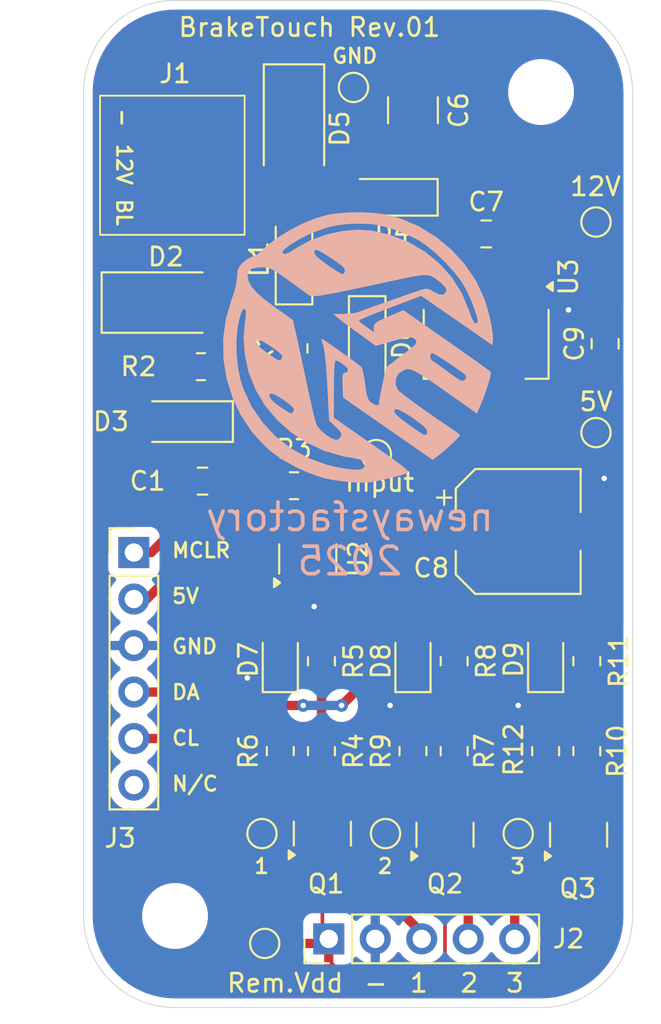
<source format=kicad_pcb>
(kicad_pcb (version 20240108) (generator "pcbnew") (generator_version "8.0")
  (title_block (title "Brake light gate opener") (rev "01") (company "Adriano Arcadipane"))
  (layers (0 "F.Cu" signal) (31 "B.Cu" signal) (34 "B.Paste" user) (35 "F.Paste" user) (36 "B.SilkS" user "B.Silkscreen") (37 "F.SilkS" user "F.Silkscreen") (38 "B.Mask" user) (39 "F.Mask" user) (44 "Edge.Cuts" user))
  (net 0 "")
  (net 1 "GND")
  (net 2 "+12V")
  (net 3 "+5V")
  (net 4 "Net-(D1-K)")
  (net 5 "/brake light_input")
  (net 6 "Net-(D7-A)")
  (net 7 "Net-(D8-A)")
  (net 8 "Net-(D9-A)")
  (net 9 "/RemoteCh3")
  (net 10 "/RemoteVdd")
  (net 11 "/RemoteCh2")
  (net 12 "/RemoteCh1")
  (net 13 "MCLR")
  (net 14 "/GP1")
  (net 16 "/GP0")
  (net 17 "Net-(Q1-B)")
  (net 18 "Net-(Q2-B)")
  (net 19 "Net-(Q3-B)")
  (net 20 "/GP2")
  (net 21 "/Power In")
  (net 22 "/signal_clean")
  (footprint "Resistor_SMD:R_0805_2012Metric" (layer "F.Cu") (at 108.5 85 180)
    (property "Reference" "R3" (at 0 2 0) (layer "F.SilkS"))
    (property "Value" "10k")
    (pad "1" smd roundrect (at -0.9125 0 180) (size 1.025 1.4) (layers "F.Cu" "F.Paste" "F.Mask") (roundrect_rratio 0.243902) (net 13 "MCLR"))
    (pad "2" smd roundrect (at 0.9125 0 180) (size 1.025 1.4) (layers "F.Cu" "F.Paste" "F.Mask") (roundrect_rratio 0.243902) (net 22 "/signal_clean"))
  )
  (footprint "AA_MyLibrary:My-TestPoint_Pad_D1.0mm" (layer "F.Cu") (at 113.5 104)
    (property "Reference" "TP7" (hide yes))
    (property "Value" "TestPoint")
    (pad "1" smd circle (at 0 0) (size 1 1) (layers "F.Cu" "F.Mask") (net 18 "Net-(Q2-B)"))
  )
  (footprint "Connector_PinHeader_2.54mm:PinHeader_1x05_P2.54mm_Vertical" (layer "F.Cu") (at 110.4 109.75 90)
    (property "Reference" "J2" (at 0 13.1 180) (layer "F.SilkS"))
    (property "Value" "Conn_01x05")
    (pad "1" thru_hole rect (at 0 0 90) (size 1.7 1.7) (drill 1) (layers "*.Cu" "*.Mask") (net 10 "/RemoteVdd"))
    (pad "2" thru_hole oval (at 0 2.54 90) (size 1.7 1.7) (drill 1) (layers "*.Cu" "*.Mask") (net 1 "GND"))
    (pad "3" thru_hole oval (at 0 5.08 90) (size 1.7 1.7) (drill 1) (layers "*.Cu" "*.Mask") (net 12 "/RemoteCh1"))
    (pad "4" thru_hole oval (at 0 7.62 90) (size 1.7 1.7) (drill 1) (layers "*.Cu" "*.Mask") (net 11 "/RemoteCh2"))
    (pad "5" thru_hole oval (at 0 10.16 90) (size 1.7 1.7) (drill 1) (layers "*.Cu" "*.Mask") (net 9 "/RemoteCh3"))
  )
  (footprint "Resistor_SMD:R_0805_2012Metric" (layer "F.Cu") (at 115 99.5 -90)
    (property "Reference" "R9" (at 0 1.75 90) (layer "F.SilkS"))
    (property "Value" "100k")
    (pad "1" smd roundrect (at -0.9125 0 270) (size 1.025 1.4) (layers "F.Cu" "F.Paste" "F.Mask") (roundrect_rratio 0.243902) (net 1 "GND"))
    (pad "2" smd roundrect (at 0.9125 0 270) (size 1.025 1.4) (layers "F.Cu" "F.Paste" "F.Mask") (roundrect_rratio 0.243902) (net 18 "Net-(Q2-B)"))
  )
  (footprint "Capacitor_SMD:C_0805_2012Metric" (layer "F.Cu") (at 125.5 77.25 90)
    (property "Reference" "C9" (at 0 -1.68 90) (layer "F.SilkS"))
    (property "Value" "100nF100V")
    (pad "1" smd roundrect (at -0.95 0 90) (size 1 1.45) (layers "F.Cu" "F.Paste" "F.Mask") (net 3 "+5V"))
    (pad "2" smd roundrect (at 0.95 0 90) (size 1 1.45) (layers "F.Cu" "F.Paste" "F.Mask") (net 1 "GND"))
  )
  (footprint "Package_TO_SOT_SMD:SOT-223-3_TabPin2" (layer "F.Cu") (at 119 77.25 -90)
    (property "Reference" "U3" (at -3.65 -4.5 90) (layer "F.SilkS"))
    (property "Value" "TLV1117-50")
    (pad "1" smd roundrect (at -3.15 -2.3 270) (size 2 1.5) (layers "F.Cu" "F.Paste" "F.Mask") (net 1 "GND"))
    (pad "2" smd roundrect (at -3.15 0 270) (size 2 1.5) (layers "F.Cu" "F.Paste" "F.Mask") (net 3 "+5V"))
    (pad "2" smd roundrect (at 3.15 0 270) (size 2 3.8) (layers "F.Cu" "F.Paste" "F.Mask") (net 3 "+5V"))
    (pad "3" smd roundrect (at -3.15 2.3 270) (size 2 1.5) (layers "F.Cu" "F.Paste" "F.Mask") (net 2 "+12V"))
  )
  (footprint "Resistor_SMD:R_0805_2012Metric" (layer "F.Cu") (at 117.25 99.5 -90)
    (property "Reference" "R7" (at 0 -1.65 90) (layer "F.SilkS"))
    (property "Value" "10k")
    (pad "1" smd roundrect (at -0.9125 0 270) (size 1.025 1.4) (layers "F.Cu" "F.Paste" "F.Mask") (roundrect_rratio 0.243902) (net 14 "/GP1"))
    (pad "2" smd roundrect (at 0.9125 0 270) (size 1.025 1.4) (layers "F.Cu" "F.Paste" "F.Mask") (roundrect_rratio 0.243902) (net 18 "Net-(Q2-B)"))
  )
  (footprint "Capacitor_SMD:C_1210_3225Metric" (layer "F.Cu") (at 115 64.5 90)
    (property "Reference" "C6" (at 0 2.5 90) (layer "F.SilkS"))
    (property "Value" "10uF 100V")
    (pad "1" smd roundrect (at -1.475 0 90) (size 1.15 2.7) (layers "F.Cu" "F.Paste" "F.Mask") (roundrect_rratio 0.217391) (net 2 "+12V"))
    (pad "2" smd roundrect (at 1.475 0 90) (size 1.15 2.7) (layers "F.Cu" "F.Paste" "F.Mask") (roundrect_rratio 0.217391) (net 1 "GND"))
  )
  (footprint "AA_MyLibrary:My-TestPoint_Pad_D1.0mm" (layer "F.Cu") (at 125 82.1)
    (property "Reference" "TP4" (hide yes))
    (property "Value" "TestPoint")
    (pad "1" smd circle (at 0 0) (size 1 1) (layers "F.Cu" "F.Mask") (net 3 "+5V"))
  )
  (footprint "Resistor_SMD:R_0805_2012Metric" (layer "F.Cu") (at 108.5 77.5 90)
    (property "Reference" "R1" (at 0 -1.65 90) (layer "F.SilkS"))
    (property "Value" "1,5k")
    (pad "1" smd roundrect (at -0.9125 0 90) (size 1.025 1.4) (layers "F.Cu" "F.Paste" "F.Mask") (roundrect_rratio 0.243902) (net 22 "/signal_clean"))
    (pad "2" smd roundrect (at 0.9125 0 90) (size 1.025 1.4) (layers "F.Cu" "F.Paste" "F.Mask") (roundrect_rratio 0.243902) (net 4 "Net-(D1-K)"))
  )
  (footprint "Resistor_SMD:R_0805_2012Metric" (layer "F.Cu") (at 110 94.5875 90)
    (property "Reference" "R5" (at 0 1.75 90) (layer "F.SilkS"))
    (property "Value" "1,5k")
    (pad "1" smd roundrect (at -0.9125 0 90) (size 1.025 1.4) (layers "F.Cu" "F.Paste" "F.Mask") (roundrect_rratio 0.243902) (net 16 "/GP0"))
    (pad "2" smd roundrect (at 0.9125 0 90) (size 1.025 1.4) (layers "F.Cu" "F.Paste" "F.Mask") (roundrect_rratio 0.243902) (net 6 "Net-(D7-A)"))
  )
  (footprint "MountingHole:MountingHole_3.2mm_M3" (layer "F.Cu") (at 122 63.5)
    (property "Reference" "H1" (hide yes))
    (property "Value" "MountingHole")
    (pad "" np_thru_hole circle (at 0 0) (size 3.2 3.2) (drill 3.2) (layers "*.Cu" "*.Mask"))
  )
  (footprint "Resistor_SMD:R_0805_2012Metric" (layer "F.Cu") (at 117.25 94.5875 90)
    (property "Reference" "R8" (at 0 1.75 90) (layer "F.SilkS"))
    (property "Value" "1,5k")
    (pad "1" smd roundrect (at -0.9125 0 90) (size 1.025 1.4) (layers "F.Cu" "F.Paste" "F.Mask") (roundrect_rratio 0.243902) (net 14 "/GP1"))
    (pad "2" smd roundrect (at 0.9125 0 90) (size 1.025 1.4) (layers "F.Cu" "F.Paste" "F.Mask") (roundrect_rratio 0.243902) (net 7 "Net-(D8-A)"))
  )
  (footprint "Capacitor_SMD:CP_Elec_6.3x7.7" (layer "F.Cu") (at 120.75 87.5)
    (property "Reference" "C8" (at -4.75 2 0) (layer "F.SilkS"))
    (property "Value" "100uF")
    (pad "1" smd roundrect (at -2.7 0) (size 3.5 1.6) (layers "F.Cu" "F.Paste" "F.Mask") (roundrect_rratio 0.15625) (net 3 "+5V"))
    (pad "2" smd roundrect (at 2.7 0) (size 3.5 1.6) (layers "F.Cu" "F.Paste" "F.Mask") (roundrect_rratio 0.15625) (net 1 "GND"))
  )
  (footprint "Package_TO_SOT_SMD:SOT-23" (layer "F.Cu") (at 116.75 104.0625 90)
    (property "Reference" "Q2" (at -2.6875 0 180) (layer "F.SilkS"))
    (property "Value" "BC817")
    (pad "1" smd roundrect (at -0.9375 -0.95 90) (size 1.475 0.6) (layers "F.Cu" "F.Paste" "F.Mask") (net 18 "Net-(Q2-B)"))
    (pad "2" smd roundrect (at -0.9375 0.95 90) (size 1.475 0.6) (layers "F.Cu" "F.Paste" "F.Mask") (net 11 "/RemoteCh2"))
    (pad "3" smd roundrect (at 0.9375 0 90) (size 1.475 0.6) (layers "F.Cu" "F.Paste" "F.Mask") (net 10 "/RemoteVdd"))
  )
  (footprint "Resistor_SMD:R_0805_2012Metric" (layer "F.Cu") (at 110 99.5 -90)
    (property "Reference" "R4" (at 0 -1.75 90) (layer "F.SilkS"))
    (property "Value" "10k")
    (pad "1" smd roundrect (at -0.9125 0 270) (size 1.025 1.4) (layers "F.Cu" "F.Paste" "F.Mask") (roundrect_rratio 0.243902) (net 16 "/GP0"))
    (pad "2" smd roundrect (at 0.9125 0 270) (size 1.025 1.4) (layers "F.Cu" "F.Paste" "F.Mask") (roundrect_rratio 0.243902) (net 17 "Net-(Q1-B)"))
  )
  (footprint "Resistor_SMD:R_0805_2012Metric" (layer "F.Cu") (at 122.25 99.5 -90)
    (property "Reference" "R12" (at -0.0875 1.75 90) (layer "F.SilkS"))
    (property "Value" "100k")
    (pad "1" smd roundrect (at -0.9125 0 270) (size 1.025 1.4) (layers "F.Cu" "F.Paste" "F.Mask") (roundrect_rratio 0.243902) (net 1 "GND"))
    (pad "2" smd roundrect (at 0.9125 0 270) (size 1.025 1.4) (layers "F.Cu" "F.Paste" "F.Mask") (roundrect_rratio 0.243902) (net 19 "Net-(Q3-B)"))
  )
  (footprint "AA_MyLibrary:My-TestPoint_Pad_D1.0mm" (layer "F.Cu") (at 111.75 63.25)
    (property "Reference" "TP9" (hide yes))
    (property "Value" "TestPoint")
    (pad "1" smd circle (at 0 0) (size 1 1) (layers "F.Cu" "F.Mask") (net 1 "GND"))
  )
  (footprint "LED_SMD:LED_0805_2012Metric" (layer "F.Cu") (at 107.75 94.5875 90)
    (property "Reference" "D7" (at 0.0875 -1.75 90) (layer "F.SilkS"))
    (property "Value" "LED red")
    (pad "1" smd roundrect (at -0.9375 0 90) (size 0.975 1.4) (layers "F.Cu" "F.Paste" "F.Mask") (net 1 "GND"))
    (pad "2" smd roundrect (at 0.9375 0 90) (size 0.975 1.4) (layers "F.Cu" "F.Paste" "F.Mask") (net 6 "Net-(D7-A)"))
  )
  (footprint "LED_SMD:LED_0805_2012Metric" (layer "F.Cu") (at 122.25 94.5875 90)
    (property "Reference" "D9" (at 0.0875 -1.75 90) (layer "F.SilkS"))
    (property "Value" "LED red")
    (pad "1" smd roundrect (at -0.9375 0 90) (size 0.975 1.4) (layers "F.Cu" "F.Paste" "F.Mask") (net 1 "GND"))
    (pad "2" smd roundrect (at 0.9375 0 90) (size 0.975 1.4) (layers "F.Cu" "F.Paste" "F.Mask") (net 8 "Net-(D9-A)"))
  )
  (footprint "AA_MyLibrary:SolderWirePad_1x03_SMD_5x2mm" (layer "F.Cu") (at 103 67.5 90)
    (property "Reference" "J1" (at 5 -1 180) (layer "F.SilkS"))
    (property "Value" "Inputs")
    (pad "1" smd roundrect (at -2.54 0 90) (size 1.75 5) (layers "F.Cu" "F.Paste" "F.Mask") (roundrect_rratio 0.1640419948) (net 5 "/brake light_input"))
    (pad "2" smd roundrect (at 0 0 90) (size 1.75 5) (layers "F.Cu" "F.Paste" "F.Mask") (roundrect_rratio 0.1640419948) (net 21 "/Power In"))
    (pad "3" smd roundrect (at 2.54 0 90) (size 1.75 5) (layers "F.Cu" "F.Paste" "F.Mask") (roundrect_rratio 0.1640419948) (net 1 "GND"))
  )
  (footprint "AA_MyLibrary:My-TestPoint_Pad_D1.0mm" (layer "F.Cu") (at 120.75 104)
    (property "Reference" "TP8" (hide yes))
    (property "Value" "TestPoint")
    (pad "1" smd circle (at 0 0) (size 1 1) (layers "F.Cu" "F.Mask") (net 19 "Net-(Q3-B)"))
  )
  (footprint "AA_MyLibrary:My-TestPoint_Pad_D1.0mm" (layer "F.Cu") (at 125 70.6)
    (property "Reference" "TP1" (hide yes))
    (property "Value" "TestPoint")
    (pad "1" smd circle (at 0 0) (size 1 1) (layers "F.Cu" "F.Mask") (net 2 "+12V"))
  )
  (footprint "Diode_SMD:D_SMA" (layer "F.Cu") (at 101.5 75)
    (property "Reference" "D2" (at 0 -2.5 0) (layer "F.SilkS"))
    (property "Value" "SMAJ30CA")
    (pad "1" smd roundrect (at -2 0) (size 2.5 1.8) (layers "F.Cu" "F.Paste" "F.Mask") (roundrect_rratio 0.1388888889) (net 1 "GND"))
    (pad "2" smd roundrect (at 2 0) (size 2.5 1.8) (layers "F.Cu" "F.Paste" "F.Mask") (roundrect_rratio 0.1388888889) (net 5 "/brake light_input"))
  )
  (footprint "Resistor_SMD:R_0805_2012Metric" (layer "F.Cu") (at 124.5 94.5875 90)
    (property "Reference" "R11" (at 0 1.75 90) (layer "F.SilkS"))
    (property "Value" "1,5k")
    (pad "1" smd roundrect (at -0.9125 0 90) (size 1.025 1.4) (layers "F.Cu" "F.Paste" "F.Mask") (roundrect_rratio 0.243902) (net 20 "/GP2"))
    (pad "2" smd roundrect (at 0.9125 0 90) (size 1.025 1.4) (layers "F.Cu" "F.Paste" "F.Mask") (roundrect_rratio 0.243902) (net 8 "Net-(D9-A)"))
  )
  (footprint "AA_MyLibrary:D_SOD-123FL" (layer "F.Cu") (at 108.5 72.5 90)
    (property "Reference" "D1" (at -0.127 -1.905 90) (layer "F.SilkS"))
    (property "Value" "1n4007")
    (pad "1" smd roundrect (at -1.6 0 90) (size 1.2 1.2) (layers "F.Cu" "F.Paste" "F.Mask") (roundrect_rratio 0.2272727273) (net 4 "Net-(D1-K)"))
    (pad "2" smd roundrect (at 1.6 0 90) (size 1.2 1.2) (layers "F.Cu" "F.Paste" "F.Mask") (roundrect_rratio 0.2272727273) (net 5 "/brake light_input"))
  )
  (footprint "Connector_PinHeader_2.54mm:PinHeader_1x06_P2.54mm_Vertical" (layer "F.Cu") (at 99.75 88.65)
    (property "Reference" "J3" (at -0.75 15.6 0) (layer "F.SilkS"))
    (property "Value" "Conn_PIC_ICSP_ICD")
    (pad "1" thru_hole rect (at 0 0) (size 1.7 1.7) (drill 1) (layers "*.Cu" "*.Mask") (net 13 "MCLR"))
    (pad "2" thru_hole oval (at 0 2.54) (size 1.7 1.7) (drill 1) (layers "*.Cu" "*.Mask") (net 3 "+5V"))
    (pad "3" thru_hole oval (at 0 5.08) (size 1.7 1.7) (drill 1) (layers "*.Cu" "*.Mask") (net 1 "GND"))
    (pad "4" thru_hole oval (at 0 7.62) (size 1.7 1.7) (drill 1) (layers "*.Cu" "*.Mask") (net 16 "/GP0"))
    (pad "5" thru_hole oval (at 0 10.16) (size 1.7 1.7) (drill 1) (layers "*.Cu" "*.Mask") (net 14 "/GP1"))
    (pad "6" thru_hole oval (at 0 12.7) (size 1.7 1.7) (drill 1) (layers "*.Cu" "*.Mask"))
  )
  (footprint "Capacitor_SMD:C_0805_2012Metric" (layer "F.Cu") (at 103.5 84.75 180)
    (property "Reference" "C1" (at 3 0 0) (layer "F.SilkS"))
    (property "Value" "330nF")
    (pad "1" smd roundrect (at -0.95 0 180) (size 1 1.45) (layers "F.Cu" "F.Paste" "F.Mask") (net 22 "/signal_clean"))
    (pad "2" smd roundrect (at 0.95 0 180) (size 1 1.45) (layers "F.Cu" "F.Paste" "F.Mask") (net 1 "GND"))
  )
  (footprint "Package_TO_SOT_SMD:SOT-23" (layer "F.Cu") (at 110.05 104 90)
    (property "Reference" "Q1" (at -2.75 0.2 180) (layer "F.SilkS"))
    (property "Value" "BC817")
    (pad "1" smd roundrect (at -0.9375 -0.95 90) (size 1.475 0.6) (layers "F.Cu" "F.Paste" "F.Mask") (net 17 "Net-(Q1-B)"))
    (pad "2" smd roundrect (at -0.9375 0.95 90) (size 1.475 0.6) (layers "F.Cu" "F.Paste" "F.Mask") (net 12 "/RemoteCh1"))
    (pad "3" smd roundrect (at 0.9375 0 90) (size 1.475 0.6) (layers "F.Cu" "F.Paste" "F.Mask") (net 10 "/RemoteVdd"))
  )
  (footprint "AA_MyLibrary:D_SOD-123FL" (layer "F.Cu") (at 112.5 77.25 -90)
    (property "Reference" "D6" (at -0.127 -1.905 90) (layer "F.SilkS"))
    (property "Value" "1n4007")
    (pad "1" smd roundrect (at -1.6 0 270) (size 1.2 1.2) (layers "F.Cu" "F.Paste" "F.Mask") (roundrect_rratio 0.2272727273) (net 2 "+12V"))
    (pad "2" smd roundrect (at 1.6 0 270) (size 1.2 1.2) (layers "F.Cu" "F.Paste" "F.Mask") (roundrect_rratio 0.2272727273) (net 3 "+5V"))
  )
  (footprint "Package_TO_SOT_SMD:SOT-23" (layer "F.Cu") (at 124.05 104.0625 90)
    (property "Reference" "Q3" (at -2.9375 -0.05 180) (layer "F.SilkS"))
    (property "Value" "BC817")
    (pad "1" smd roundrect (at -0.9375 -0.95 90) (size 1.475 0.6) (layers "F.Cu" "F.Paste" "F.Mask") (net 19 "Net-(Q3-B)"))
    (pad "2" smd roundrect (at -0.9375 0.95 90) (size 1.475 0.6) (layers "F.Cu" "F.Paste" "F.Mask") (net 9 "/RemoteCh3"))
    (pad "3" smd roundrect (at 0.9375 0 90) (size 1.475 0.6) (layers "F.Cu" "F.Paste" "F.Mask") (net 10 "/RemoteVdd"))
  )
  (footprint "Resistor_SMD:R_0805_2012Metric" (layer "F.Cu") (at 124.5 99.5 -90)
    (property "Reference" "R10" (at 0 -1.65 90) (layer "F.SilkS"))
    (property "Value" "10k")
    (pad "1" smd roundrect (at -0.9125 0 270) (size 1.025 1.4) (layers "F.Cu" "F.Paste" "F.Mask") (roundrect_rratio 0.243902) (net 20 "/GP2"))
    (pad "2" smd roundrect (at 0.9125 0 270) (size 1.025 1.4) (layers "F.Cu" "F.Paste" "F.Mask") (roundrect_rratio 0.243902) (net 19 "Net-(Q3-B)"))
  )
  (footprint "Diode_SMD:D_SMA" (layer "F.Cu") (at 108.5 65.5 -90)
    (property "Reference" "D5" (at 0 -2.5 90) (layer "F.SilkS"))
    (property "Value" "SMAJ30CA")
    (pad "1" smd roundrect (at -2 0 270) (size 2.5 1.8) (layers "F.Cu" "F.Paste" "F.Mask") (roundrect_rratio 0.1388888889) (net 1 "GND"))
    (pad "2" smd roundrect (at 2 0 270) (size 2.5 1.8) (layers "F.Cu" "F.Paste" "F.Mask") (roundrect_rratio 0.1388888889) (net 21 "/Power In"))
  )
  (footprint "AA_MyLibrary:My-TestPoint_Pad_D1.0mm" (layer "F.Cu") (at 113 83.3)
    (property "Reference" "TP3" (hide yes))
    (property "Value" "TestPoint")
    (pad "1" smd circle (at 0 0) (size 1 1) (layers "F.Cu" "F.Mask") (net 13 "MCLR"))
  )
  (footprint "AA_MyLibrary:D_SOD-123FL" (layer "F.Cu") (at 113.75 69.25 180)
    (property "Reference" "D4" (at -0.127 -1.905 0) (layer "F.SilkS"))
    (property "Value" "1n4007")
    (pad "1" smd roundrect (at -1.6 0 180) (size 1.2 1.2) (layers "F.Cu" "F.Paste" "F.Mask") (roundrect_rratio 0.2272727273) (net 2 "+12V"))
    (pad "2" smd roundrect (at 1.6 0 180) (size 1.2 1.2) (layers "F.Cu" "F.Paste" "F.Mask") (roundrect_rratio 0.2272727273) (net 21 "/Power In"))
  )
  (footprint "Capacitor_SMD:C_0805_2012Metric" (layer "F.Cu") (at 119 71.25)
    (property "Reference" "C7" (at 0 -1.75 0) (layer "F.SilkS"))
    (property "Value" "100nF100V")
    (pad "1" smd roundrect (at -0.95 0) (size 1 1.45) (layers "F.Cu" "F.Paste" "F.Mask") (net 2 "+12V"))
    (pad "2" smd roundrect (at 0.95 0) (size 1 1.45) (layers "F.Cu" "F.Paste" "F.Mask") (net 1 "GND"))
  )
  (footprint "LED_SMD:LED_0805_2012Metric" (layer "F.Cu") (at 115 94.5875 90)
    (property "Reference" "D8" (at 0 -1.75 90) (layer "F.SilkS"))
    (property "Value" "LED red")
    (pad "1" smd roundrect (at -0.9375 0 90) (size 0.975 1.4) (layers "F.Cu" "F.Paste" "F.Mask") (net 1 "GND"))
    (pad "2" smd roundrect (at 0.9375 0 90) (size 0.975 1.4) (layers "F.Cu" "F.Paste" "F.Mask") (net 7 "Net-(D8-A)"))
  )
  (footprint "Resistor_SMD:R_0805_2012Metric" (layer "F.Cu") (at 103.4125 78.5 180)
    (property "Reference" "R2" (at 3.4125 0 0) (layer "F.SilkS"))
    (property "Value" "47k")
    (pad "1" smd roundrect (at -0.9125 0 180) (size 1.025 1.4) (layers "F.Cu" "F.Paste" "F.Mask") (roundrect_rratio 0.243902) (net 22 "/signal_clean"))
    (pad "2" smd roundrect (at 0.9125 0 180) (size 1.025 1.4) (layers "F.Cu" "F.Paste" "F.Mask") (roundrect_rratio 0.243902) (net 1 "GND"))
  )
  (footprint "Diode_SMD:D_MiniMELF" (layer "F.Cu") (at 102.5 81.5 180)
    (property "Reference" "D3" (at 4 0 0) (layer "F.SilkS"))
    (property "Value" "4.7V")
    (pad "1" smd roundrect (at -1.75 0 180) (size 1.3 1.7) (layers "F.Cu" "F.Paste" "F.Mask") (roundrect_rratio 0.1923076923) (net 22 "/signal_clean"))
    (pad "2" smd roundrect (at 1.75 0 180) (size 1.3 1.7) (layers "F.Cu" "F.Paste" "F.Mask") (roundrect_rratio 0.1923076923) (net 1 "GND"))
  )
  (footprint "Package_TO_SOT_SMD:SOT-23-6" (layer "F.Cu") (at 109.25 89 90)
    (property "Reference" "U2" (at 0 2.75 90) (layer "F.SilkS"))
    (property "Value" "PIC10F222")
    (pad "1" smd roundrect (at -1.1375 -0.95 90) (size 1.325 0.6) (layers "F.Cu" "F.Paste" "F.Mask") (net 16 "/GP0"))
    (pad "2" smd roundrect (at -1.1375 0 90) (size 1.325 0.6) (layers "F.Cu" "F.Paste" "F.Mask") (net 1 "GND"))
    (pad "3" smd roundrect (at -1.1375 0.95 90) (size 1.325 0.6) (layers "F.Cu" "F.Paste" "F.Mask") (net 14 "/GP1"))
    (pad "4" smd roundrect (at 1.1375 0.95 90) (size 1.325 0.6) (layers "F.Cu" "F.Paste" "F.Mask") (net 20 "/GP2"))
    (pad "5" smd roundrect (at 1.1375 0 90) (size 1.325 0.6) (layers "F.Cu" "F.Paste" "F.Mask") (net 3 "+5V"))
    (pad "6" smd roundrect (at 1.1375 -0.95 90) (size 1.325 0.6) (layers "F.Cu" "F.Paste" "F.Mask") (net 13 "MCLR"))
  )
  (footprint "AA_MyLibrary:My-TestPoint_Pad_D1.0mm" (layer "F.Cu") (at 106.9 110)
    (property "Reference" "TP5" (hide yes))
    (property "Value" "TestPoint")
    (pad "1" smd circle (at 0 0) (size 1 1) (layers "F.Cu" "F.Mask") (net 10 "/RemoteVdd"))
  )
  (footprint "MountingHole:MountingHole_3.2mm_M3" (layer "F.Cu") (at 102 108.5)
    (property "Reference" "H2" (hide yes))
    (property "Value" "MountingHole")
    (pad "" np_thru_hole circle (at 0 0) (size 3.2 3.2) (drill 3.2) (layers "*.Cu" "*.Mask"))
  )
  (footprint "AA_MyLibrary:My-TestPoint_Pad_D1.0mm" (layer "F.Cu") (at 106.75 104)
    (property "Reference" "TP6" (hide yes))
    (property "Value" "TestPoint")
    (pad "1" smd circle (at 0 0) (size 1 1) (layers "F.Cu" "F.Mask") (net 17 "Net-(Q1-B)"))
  )
  (footprint "Resistor_SMD:R_0805_2012Metric" (layer "F.Cu") (at 107.75 99.5 -90)
    (property "Reference" "R6" (at 0 1.75 90) (layer "F.SilkS"))
    (property "Value" "100k")
    (pad "1" smd roundrect (at -0.9125 0 270) (size 1.025 1.4) (layers "F.Cu" "F.Paste" "F.Mask") (roundrect_rratio 0.243902) (net 1 "GND"))
    (pad "2" smd roundrect (at 0.9125 0 270) (size 1.025 1.4) (layers "F.Cu" "F.Paste" "F.Mask") (roundrect_rratio 0.243902) (net 17 "Net-(Q1-B)"))
  )
  (footprint "LOGO" (layer "B.Cu") (at 112.404564 77.248567 180)
    (property "Reference" "G***" (hide yes))
    (property "Value" "LOGO" (hide yes))
  )
  (gr_arc (start 122 58.5) (mid 125.535534 59.964466) (end 127 63.5) (stroke (width 0.05)) (layer "Edge.Cuts"))
  (gr_arc (start 127 108.5) (mid 125.535534 112.035534) (end 122 113.5) (stroke (width 0.05)) (layer "Edge.Cuts"))
  (gr_arc (start 102 113.5) (mid 98.464466 112.035534) (end 97 108.5) (stroke (width 0.05)) (layer "Edge.Cuts"))
  (gr_line (start 97 108.5) (end 97 63.5) (stroke (width 0.05)) (layer "Edge.Cuts"))
  (gr_line (start 122 113.5) (end 102 113.5) (stroke (width 0.05)) (layer "Edge.Cuts"))
  (gr_line (start 102 58.5) (end 122 58.5) (stroke (width 0.05)) (layer "Edge.Cuts"))
  (gr_arc (start 97 63.5) (mid 98.464466 59.964466) (end 102 58.5) (stroke (width 0.05)) (layer "Edge.Cuts"))
  (gr_line (start 127 63.5) (end 127 108.5) (stroke (width 0.05)) (layer "Edge.Cuts"))
  (gr_text "newaysfactory\n2025\n" (at 111.55 90 0) (layer "B.SilkS") (effects (font (size 1.5 1.5) (thickness 0.2)) (justify bottom mirror)))
  (gr_text "-" (at 112.25 112.75 0) (layer "F.SilkS") (effects (font (size 1 1)) (justify left bottom)))
  (gr_text "Rem.Vdd" (at 104.75 112.75 0) (layer "F.SilkS") (effects (font (size 1 1)) (justify left bottom)))
  (gr_text "5V\n" (at 101.75 91.5 0) (layer "F.SilkS") (effects (font (size 0.8 0.8)) (justify left bottom)))
  (gr_text "-" (at 99.5 65.5 90) (layer "F.SilkS") (effects (font (size 0.8 0.8)) (justify left bottom)))
  (gr_text "5V" (at 124 81 0) (layer "F.SilkS") (effects (font (size 1 1)) (justify left bottom)))
  (gr_text "12V" (at 123.5 69.25 0) (layer "F.SilkS") (effects (font (size 1 1)) (justify left bottom)))
  (gr_text "GND" (at 110.5 62 0) (layer "F.SilkS") (effects (font (size 0.8 0.8)) (justify left bottom)))
  (gr_text "BL" (at 98.75 69.25 270) (layer "F.SilkS") (effects (font (size 0.8 0.8)) (justify left bottom)))
  (gr_text "12V" (at 98.75 66.25 270) (layer "F.SilkS") (effects (font (size 0.8 0.8)) (justify left bottom)))
  (gr_text "DA" (at 101.75 96.75 0) (layer "F.SilkS") (effects (font (size 0.8 0.8)) (justify left bottom)))
  (gr_text "BrakeTouch Rev.${REVISION}" (at 102.1 60.55 0) (layer "F.SilkS") (effects (font (size 1 1)) (justify left bottom)))
  (gr_text "3" (at 120.25 106.25 0) (layer "F.SilkS") (effects (font (size 0.8 0.8)) (justify left bottom)))
  (gr_text "GND" (at 101.75 94.25 0) (layer "F.SilkS") (effects (font (size 0.8 0.8)) (justify left bottom)))
  (gr_text "1" (at 114.75 112.75 0) (layer "F.SilkS") (effects (font (size 1 1)) (justify left bottom)))
  (gr_text "N/C" (at 101.75 101.75 0) (layer "F.SilkS") (effects (font (size 0.8 0.8)) (justify left bottom)))
  (gr_text "3" (at 120 112.75 0) (layer "F.SilkS") (effects (font (size 1 1)) (justify left bottom)))
  (gr_text "2" (at 113 106.25 0) (layer "F.SilkS") (effects (font (size 0.8 0.8)) (justify left bottom)))
  (gr_text "MCLR" (at 101.75 89 0) (layer "F.SilkS") (effects (font (size 0.8 0.8)) (justify left bottom)))
  (gr_text "2" (at 117.5 112.75 0) (layer "F.SilkS") (effects (font (size 1 1)) (justify left bottom)))
  (gr_text "1" (at 106.25 106.25 0) (layer "F.SilkS") (effects (font (size 0.8 0.8)) (justify left bottom)))
  (gr_text "CL" (at 101.75 99.25 0) (layer "F.SilkS") (effects (font (size 0.8 0.8)) (justify left bottom)))
  (gr_text "input" (at 111.2 85.4 0) (layer "F.SilkS") (effects (font (size 1 1)) (justify left bottom)))
  (segment (start 109.25 91.250018) (end 109.599982 91.6) (width 0.2) (layer "F.Cu") (net 1))
  (segment (start 109.25 90.1375) (end 109.25 91.250018) (width 0.2) (layer "F.Cu") (net 1))
  (via (at 109.599982 91.6) (size 0.7) (drill 0.3) (layers "F.Cu" "B.Cu") (net 1))
  (via (at 105.95 95.5) (size 0.7) (drill 0.3) (layers "F.Cu" "B.Cu") (net 1))
  (via (at 120.75 97) (size 0.7) (drill 0.3) (layers "F.Cu" "B.Cu") (net 1))
  (via (at 123.5 75.4) (size 0.7) (drill 0.3) (layers "F.Cu" "B.Cu") (net 1))
  (via (at 113.75 97) (size 0.7) (drill 0.3) (layers "F.Cu" "B.Cu") (net 1))
  (via (at 125.45 84.6) (size 0.7) (drill 0.3) (layers "F.Cu" "B.Cu") (net 1))
  (segment (start 118.05 71.25) (end 116.75 72.55) (width 0.508) (layer "F.Cu") (net 2))
  (segment (start 116.75 72.55) (end 116.75 74.05) (width 0.508) (layer "F.Cu") (net 2))
  (segment (start 116.05 69.25) (end 118.05 71.25) (width 0.508) (layer "F.Cu") (net 2))
  (segment (start 118.7 69.3) (end 123.7 69.3) (width 0.508) (layer "F.Cu") (net 2))
  (segment (start 115.15 75.65) (end 116.7 74.1) (width 0.508) (layer "F.Cu") (net 2))
  (segment (start 118.05 71.25) (end 118.05 69.95) (width 0.508) (layer "F.Cu") (net 2))
  (segment (start 112.5 75.65) (end 115.15 75.65) (width 0.508) (layer "F.Cu") (net 2))
  (segment (start 115.35 66.325) (end 115 65.975) (width 0.2) (layer "F.Cu") (net 2))
  (segment (start 115.35 69.25) (end 116.05 69.25) (width 0.508) (layer "F.Cu") (net 2))
  (segment (start 118.05 69.95) (end 118.7 69.3) (width 0.508) (layer "F.Cu") (net 2))
  (segment (start 115.35 69.25) (end 115.35 66.325) (width 0.508) (layer "F.Cu") (net 2))
  (segment (start 123.7 69.3) (end 125 70.6) (width 0.508) (layer "F.Cu") (net 2))
  (segment (start 116.75 74.05) (end 116.75 73.5) (width 0.2) (layer "F.Cu") (net 2))
  (segment (start 109.25 86.95) (end 109.7 86.5) (width 0.381) (layer "F.Cu") (net 3))
  (segment (start 125 82.1) (end 125 79.25) (width 0.508) (layer "F.Cu") (net 3))
  (segment (start 112.5 78.85) (end 115.1 78.85) (width 0.508) (layer "F.Cu") (net 3))
  (segment (start 116.65 80.4) (end 119 80.4) (width 0.508) (layer "F.Cu") (net 3))
  (segment (start 109.25 87.8625) (end 109.25 88.65) (width 0.2) (layer "F.Cu") (net 3))
  (segment (start 119 80.4) (end 119 80.9) (width 0.2) (layer "F.Cu") (net 3))
  (segment (start 119 80.9) (end 118.05 81.85) (width 0.508) (layer "F.Cu") (net 3))
  (segment (start 109.7 86.5) (end 115.4 86.5) (width 0.381) (layer "F.Cu") (net 3))
  (segment (start 119.4 80.4) (end 121.1 82.1) (width 0.508) (layer "F.Cu") (net 3))
  (segment (start 119 80.4) (end 119.4 80.4) (width 0.2) (layer "F.Cu") (net 3))
  (segment (start 121.1 82.1) (end 125 82.1) (width 0.508) (layer "F.Cu") (net 3))
  (segment (start 115.1 78.85) (end 116.65 80.4) (width 0.508) (layer "F.Cu") (net 3))
  (segment (start 102.65 89) (end 100.46 91.19) (width 0.508) (layer "F.Cu") (net 3))
  (segment (start 125 79.25) (end 125.5 78.75) (width 0.508) (layer "F.Cu") (net 3))
  (segment (start 118.05 81.85) (end 118.05 87.5) (width 0.508) (layer "F.Cu") (net 3))
  (segment (start 117.75 87.2) (end 118.05 87.5) (width 0.2) (layer "F.Cu") (net 3))
  (segment (start 109.25 88.65) (end 108.9 89) (width 0.2) (layer "F.Cu") (net 3))
  (segment (start 109.25 87.8625) (end 109.25 86.95) (width 0.381) (layer "F.Cu") (net 3))
  (segment (start 125.5 78.75) (end 125.5 78.2) (width 0.508) (layer "F.Cu") (net 3))
  (segment (start 115.4 86.5) (end 116.1 87.2) (width 0.381) (layer "F.Cu") (net 3))
  (segment (start 100.46 91.19) (end 99.75 91.19) (width 0.508) (layer "F.Cu") (net 3))
  (segment (start 108.9 89) (end 107.05 89) (width 0.2) (layer "F.Cu") (net 3))
  (segment (start 107.05 89) (end 102.65 89) (width 0.508) (layer "F.Cu") (net 3))
  (segment (start 116.1 87.2) (end 117.75 87.2) (width 0.381) (layer "F.Cu") (net 3))
  (segment (start 108.5 74.1) (end 108.5 76.5875) (width 0.508) (layer "F.Cu") (net 4))
  (segment (start 103 70.04) (end 103.5 70.54) (width 0.508) (layer "F.Cu") (net 5))
  (segment (start 103 70.04) (end 107.64 70.04) (width 0.508) (layer "F.Cu") (net 5))
  (segment (start 107.64 70.04) (end 108.5 70.9) (width 0.508) (layer "F.Cu") (net 5))
  (segment (start 103.5 74.5) (end 103.5 75) (width 0.2) (layer "F.Cu") (net 5))
  (segment (start 103.5 70.54) (end 103.5 75) (width 1.016) (layer "F.Cu") (net 5))
  (segment (start 107.75 93.65) (end 109.975 93.65) (width 0.508) (layer "F.Cu") (net 6))
  (segment (start 109.975 93.65) (end 110 93.675) (width 0.2) (layer "F.Cu") (net 6))
  (segment (start 115 93.65) (end 117.225 93.65) (width 0.508) (layer "F.Cu") (net 7))
  (segment (start 117.225 93.65) (end 117.25 93.675) (width 0.2) (layer "F.Cu") (net 7))
  (segment (start 122.25 93.65) (end 124.475 93.65) (width 0.508) (layer "F.Cu") (net 8))
  (segment (start 124.475 93.65) (end 124.5 93.675) (width 0.2) (layer "F.Cu") (net 8))
  (segment (start 120.56 108.19) (end 120.56 109.75) (width 0.508) (layer "F.Cu") (net 9))
  (segment (start 122 106.75) (end 120.56 108.19) (width 0.508) (layer "F.Cu") (net 9))
  (segment (start 125 105) (end 125 106) (width 0.508) (layer "F.Cu") (net 9))
  (segment (start 125 106) (end 124.25 106.75) (width 0.508) (layer "F.Cu") (net 9))
  (segment (start 124.25 106.75) (end 122 106.75) (width 0.508) (layer "F.Cu") (net 9))
  (segment (start 116.45 112) (end 116.35 112) (width 0.2) (layer "F.Cu") (net 10))
  (segment (start 111.25 112) (end 110.4 111.15) (width 0.508) (layer "F.Cu") (net 10))
  (segment (start 110.05 103.0625) (end 110.05 109.4) (width 0.2) (layer "F.Cu") (net 10))
  (segment (start 110.15 110) (end 110.4 109.75) (width 0.2) (layer "F.Cu") (net 10))
  (segment (start 116.35 112) (end 111.25 112) (width 0.508) (layer "F.Cu") (net 10))
  (segment (start 126.2 104.075) (end 126.2 108.1) (width 0.508) (layer "F.Cu") (net 10))
  (segment (start 110.4 111.15) (end 110.4 109.75) (width 0.508) (layer "F.Cu") (net 10))
  (segment (start 116.75 103.125) (end 116.75 111.6) (width 0.2) (layer "F.Cu") (net 10))
  (segment (start 126.2 108.1) (end 122.3 112) (width 0.508) (layer "F.Cu") (net 10))
  (segment (start 116.35 112) (end 117.05 112) (width 0.508) (layer "F.Cu") (net 10))
  (segment (start 125.25 103.125) (end 126.2 104.075) (width 0.508) (layer "F.Cu") (net 10))
  (segment (start 116.75 111.7) (end 117.05 112) (width 0.2) (layer "F.Cu") (net 10))
  (segment (start 122.3 112) (end 117.05 112) (width 0.508) (layer "F.Cu") (net 10))
  (segment (start 116.75 111.6) (end 116.75 111.7) (width 0.2) (layer "F.Cu") (net 10))
  (segment (start 106.9 110) (end 110.15 110) (width 0.508) (layer "F.Cu") (net 10))
  (segment (start 116.75 111.7) (end 116.45 112) (width 0.2) (layer "F.Cu") (net 10))
  (segment (start 110.05 109.4) (end 110.4 109.75) (width 0.2) (layer "F.Cu") (net 10))
  (segment (start 124.05 103.125) (end 125.25 103.125) (width 0.508) (layer "F.Cu") (net 10))
  (segment (start 118 107) (end 118.02 107.02) (width 0.2) (layer "F.Cu") (net 11))
  (segment (start 117.7 106.2) (end 118 106.5) (width 0.508) (layer "F.Cu") (net 11))
  (segment (start 118 106.5) (end 118 107) (width 0.508) (layer "F.Cu") (net 11))
  (segment (start 117.7 105) (end 117.7 106.2) (width 0.508) (layer "F.Cu") (net 11))
  (segment (start 118.02 107.02) (end 118.02 109.75) (width 0.508) (layer "F.Cu") (net 11))
  (segment (start 115.48 109.4175) (end 115.48 109.75) (width 0.2) (layer "F.Cu") (net 12))
  (segment (start 111 104.9375) (end 115.48 109.4175) (width 0.508) (layer "F.Cu") (net 12))
  (segment (start 101.4875 87.8625) (end 101.5 87.8625) (width 0.2) (layer "F.Cu") (net 13))
  (segment (start 108.3 87.8625) (end 101.5 87.8625) (width 0.508) (layer "F.Cu") (net 13))
  (segment (start 113 83.5) (end 113 83.3) (width 0.2) (layer "F.Cu") (net 13))
  (segment (start 111.5 85) (end 113 83.5) (width 0.508) (layer "F.Cu") (net 13))
  (segment (start 108.3 87.8625) (end 108.3 86.7) (width 0.381) (layer "F.Cu") (net 13))
  (segment (start 100.7 88.65) (end 101.4875 87.8625) (width 0.508) (layer "F.Cu") (net 13))
  (segment (start 109.4125 85) (end 111.5 85) (width 0.508) (layer "F.Cu") (net 13))
  (segment (start 99.75 88.65) (end 100.7 88.65) (width 0.508) (layer "F.Cu") (net 13))
  (segment (start 109.4125 85.5875) (end 109.4125 85) (width 0.2) (layer "F.Cu") (net 13))
  (segment (start 108.3 86.7) (end 109.4125 85.5875) (width 0.381) (layer "F.Cu") (net 13))
  (segment (start 110.2 90.1375) (end 111.3125 91.25) (width 0.508) (layer "F.Cu") (net 14))
  (segment (start 112.9 95.2) (end 111.1 97) (width 0.508) (layer "F.Cu") (net 14))
  (segment (start 117.25 95.5) (end 117.25 98.5875) (width 0.508) (layer "F.Cu") (net 14))
  (segment (start 119 93) (end 119 94.75) (width 0.508) (layer "F.Cu") (net 14))
  (segment (start 101.09 98.81) (end 99.75 98.81) (width 0.508) (layer "F.Cu") (net 14))
  (segment (start 112.9 91.25) (end 117.25 91.25) (width 0.508) (layer "F.Cu") (net 14))
  (segment (start 119 94.75) (end 118.25 95.5) (width 0.508) (layer "F.Cu") (net 14))
  (segment (start 112.9 91.25) (end 112.9 95.2) (width 0.508) (layer "F.Cu") (net 14))
  (segment (start 117.25 91.25) (end 119 93) (width 0.508) (layer "F.Cu") (net 14))
  (segment (start 118.25 95.5) (end 117.25 95.5) (width 0.508) (layer "F.Cu") (net 14))
  (segment (start 102.899998 97.000002) (end 101.09 98.81) (width 0.508) (layer "F.Cu") (net 14))
  (segment (start 108.999998 97.000002) (end 102.899998 97.000002) (width 0.508) (layer "F.Cu") (net 14))
  (segment (start 111.3125 91.25) (end 112.9 91.25) (width 0.508) (layer "F.Cu") (net 14))
  (via (at 108.999998 97.000002) (size 0.7) (drill 0.3) (layers "F.Cu" "B.Cu") (net 14))
  (via (at 111.1 97) (size 0.7) (drill 0.3) (layers "F.Cu" "B.Cu") (net 14))
  (segment (start 108.999998 97.000002) (end 109 97) (width 0.2) (layer "B.Cu") (net 14))
  (segment (start 109 97) (end 111.1 97) (width 0.508) (layer "B.Cu") (net 14))
  (segment (start 110 95.4) (end 110 98.4875) (width 0.508) (layer "F.Cu") (net 16))
  (segment (start 99.75 96.27) (end 101.33 96.27) (width 0.508) (layer "F.Cu") (net 16))
  (segment (start 103.6 91.5) (end 108.25 91.5) (width 0.508) (layer "F.Cu") (net 16))
  (segment (start 102.6 92.5) (end 103.6 91.5) (width 0.508) (layer "F.Cu") (net 16))
  (segment (start 102.6 95) (end 102.6 92.5) (width 0.508) (layer "F.Cu") (net 16))
  (segment (start 110 95.5) (end 111.5 94) (width 0.254) (layer "F.Cu") (net 16))
  (segment (start 108.3 92) (end 108.3 91.55) (width 0.254) (layer "F.Cu") (net 16))
  (segment (start 111.5 93) (end 111 92.5) (width 0.254) (layer "F.Cu") (net 16))
  (segment (start 108.3 90.1375) (end 108.3 91.55) (width 0.508) (layer "F.Cu") (net 16))
  (segment (start 101.33 96.27) (end 102.6 95) (width 0.508) (layer "F.Cu") (net 16))
  (segment (start 111 92.5) (end 108.8 92.5) (width 0.254) (layer "F.Cu") (net 16))
  (segment (start 111.5 94) (end 111.5 93) (width 0.254) (layer "F.Cu") (net 16))
  (segment (start 108.25 91.5) (end 108.3 91.55) (width 0.2) (layer "F.Cu") (net 16))
  (segment (start 108.8 92.5) (end 108.3 92) (width 0.254) (layer "F.Cu") (net 16))
  (segment (start 108.4125 104.25) (end 109.1 104.9375) (width 0.508) (layer "F.Cu") (net 17))
  (segment (start 107.5 104) (end 107.75 103.75) (width 0.508) (layer "F.Cu") (net 17))
  (segment (start 106.75 104) (end 106.75 104.25) (width 0.2) (layer "F.Cu") (net 17))
  (segment (start 107.75 100.4125) (end 110 100.4125) (width 0.508) (layer "F.Cu") (net 17))
  (segment (start 108 104.25) (end 108.4125 104.25) (width 0.508) (layer "F.Cu") (net 17))
  (segment (start 107.75 104) (end 108 104.25) (width 0.508) (layer "F.Cu") (net 17))
  (segment (start 107.75 100.4125) (end 107.75 104) (width 0.508) (layer "F.Cu") (net 17))
  (segment (start 106.75 104) (end 107.5 104) (width 0.508) (layer "F.Cu") (net 17))
  (segment (start 115 104) (end 115 104.2) (width 0.508) (layer "F.Cu") (net 18))
  (segment (start 115 104.2) (end 115.8 105) (width 0.508) (layer "F.Cu") (net 18))
  (segment (start 115 100.4125) (end 117.25 100.4125) (width 0.508) (layer "F.Cu") (net 18))
  (segment (start 115 100.4125) (end 115 104) (width 0.508) (layer "F.Cu") (net 18))
  (segment (start 113.5 104) (end 115 104) (width 0.508) (layer "F.Cu") (net 18))
  (segment (start 122.25 104.15) (end 123.1 105) (width 0.508) (layer "F.Cu") (net 19))
  (segment (start 122.25 104) (end 122.25 104.15) (width 0.2) (layer "F.Cu") (net 19))
  (segment (start 120.75 104) (end 122.25 104) (width 0.508) (layer "F.Cu") (net 19))
  (segment (start 124.5 100.4125) (end 122.25 100.4125) (width 0.508) (layer "F.Cu") (net 19))
  (segment (start 122.25 100.4125) (end 122.25 104) (width 0.508) (layer "F.Cu") (net 19))
  (segment (start 125.25 95.5) (end 124.5 95.5) (width 0.508) (layer "F.Cu") (net 20))
  (segment (start 110.2 87.8625) (end 110.8625 87.8625) (width 0.508) (layer "F.Cu") (net 20))
  (segment (start 126 94.75) (end 125.25 95.5) (width 0.508) (layer "F.Cu") (net 20))
  (segment (start 125.25 92.25) (end 126 93) (width 0.508) (layer "F.Cu") (net 20))
  (segment (start 110.8625 87.8625) (end 111.5 88.5) (width 0.508) (layer "F.Cu") (net 20))
  (segment (start 111.5 89.85) (end 111.9 90.25) (width 0.508) (layer "F.Cu") (net 20))
  (segment (start 111.5 88.5) (end 111.5 89.85) (width 0.508) (layer "F.Cu") (net 20))
  (segment (start 124.5 95.5) (end 124.5 98.5875) (width 0.508) (layer "F.Cu") (net 20))
  (segment (start 120.35 92.25) (end 125.25 92.25) (width 0.508) (layer "F.Cu") (net 20))
  (segment (start 118.35 90.25) (end 120.35 92.25) (width 0.508) (layer "F.Cu") (net 20))
  (segment (start 111.9 90.25) (end 118.35 90.25) (width 0.508) (layer "F.Cu") (net 20))
  (segment (start 126 93) (end 126 94.75) (width 0.508) (layer "F.Cu") (net 20))
  (segment (start 111 69.25) (end 112.15 69.25) (width 0.508) (layer "F.Cu") (net 21))
  (segment (start 108.5 67.5) (end 109.25 67.5) (width 0.2) (layer "F.Cu") (net 21))
  (segment (start 109.25 67.5) (end 111 69.25) (width 0.508) (layer "F.Cu") (net 21))
  (segment (start 103 67.5) (end 108.5 67.5) (width 1.016) (layer "F.Cu") (net 21))
  (segment (start 104.45 82.2) (end 104.45 84.75) (width 0.508) (layer "F.Cu") (net 22))
  (segment (start 108.4125 78.5) (end 108.5 78.4125) (width 0.2) (layer "F.Cu") (net 22))
  (segment (start 104.325 78.925) (end 104.25 79) (width 0.2) (layer "F.Cu") (net 22))
  (segment (start 104.325 78.5) (end 104.325 78.925) (width 0.2) (layer "F.Cu") (net 22))
  (segment (start 104.25 79) (end 104.25 81.5) (width 0.508) (layer "F.Cu") (net 22))
  (segment (start 107.3375 84.75) (end 107.5875 85) (width 0.2) (layer "F.Cu") (net 22))
  (segment (start 104.25 81.5) (end 104.25 82) (width 0.2) (layer "F.Cu") (net 22))
  (segment (start 104.45 84.75) (end 107.3375 84.75) (width 0.508) (layer "F.Cu") (net 22))
  (segment (start 104.25 82) (end 104.45 82.2) (width 0.2) (layer "F.Cu") (net 22))
  (segment (start 104.325 78.5) (end 108.4125 78.5) (width 0.508) (layer "F.Cu") (net 22))
  (zone (net 1) (net_name "GND") (layers "F&B.Cu") (connect_pads (clearance 0.55)) (min_thickness 0.25) (fill yes (thermal_gap 0.55) (thermal_bridge_width 0.5))
    (polygon (pts (xy 97 58.5) (xy 127 58.5) (xy 127 113.5) (xy 97 113.5)))
  )
)
</source>
